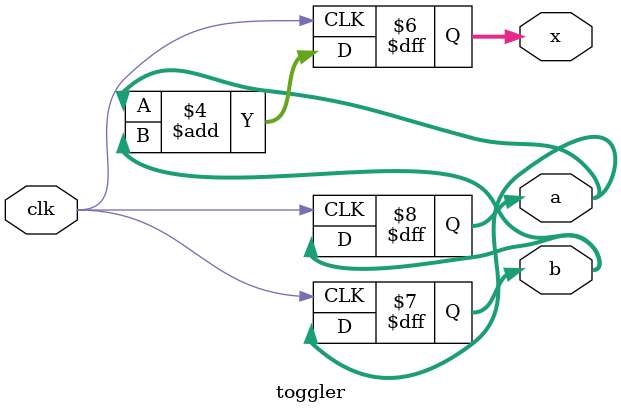
<source format=v>

/**
* A simple function that swaps the values in two registers.
* The purpose of this is to illustrate the difference between 
* using = and <= in simulation and synthesis.
***************************************************************************/
module toggler (
    input wire          clk,
    output reg [3:0]    x,
    output reg [3:0]    a,
    output reg [3:0]    b
    );

    // This is OK in SIM and FPGAs. 
    // But not all real devices can synthesize initialization like this.
    initial begin
        // a $monitor will be ignored when synthesizing
        $monitor("toggler: %3d: x:%4b a:%4b b:%4b", $time, x, a, b);
        x = 0;
        a = 'b1111;
        b = 'b0000;
    end


`define TOGGLE_MODE_SWAP

`ifdef TOGGLE_MODE_SWAP
    always @(posedge clk)
        a <= b;
    always @(posedge clk)
        b <= a;
    always @(posedge clk)
        x <= a + b;
`else
    always @(posedge clk)
        a <= a + 1;
    always @(posedge clk)
        x <= a + b;
    always @(posedge clk)
        b <= b + 1;
`endif

endmodule

</source>
